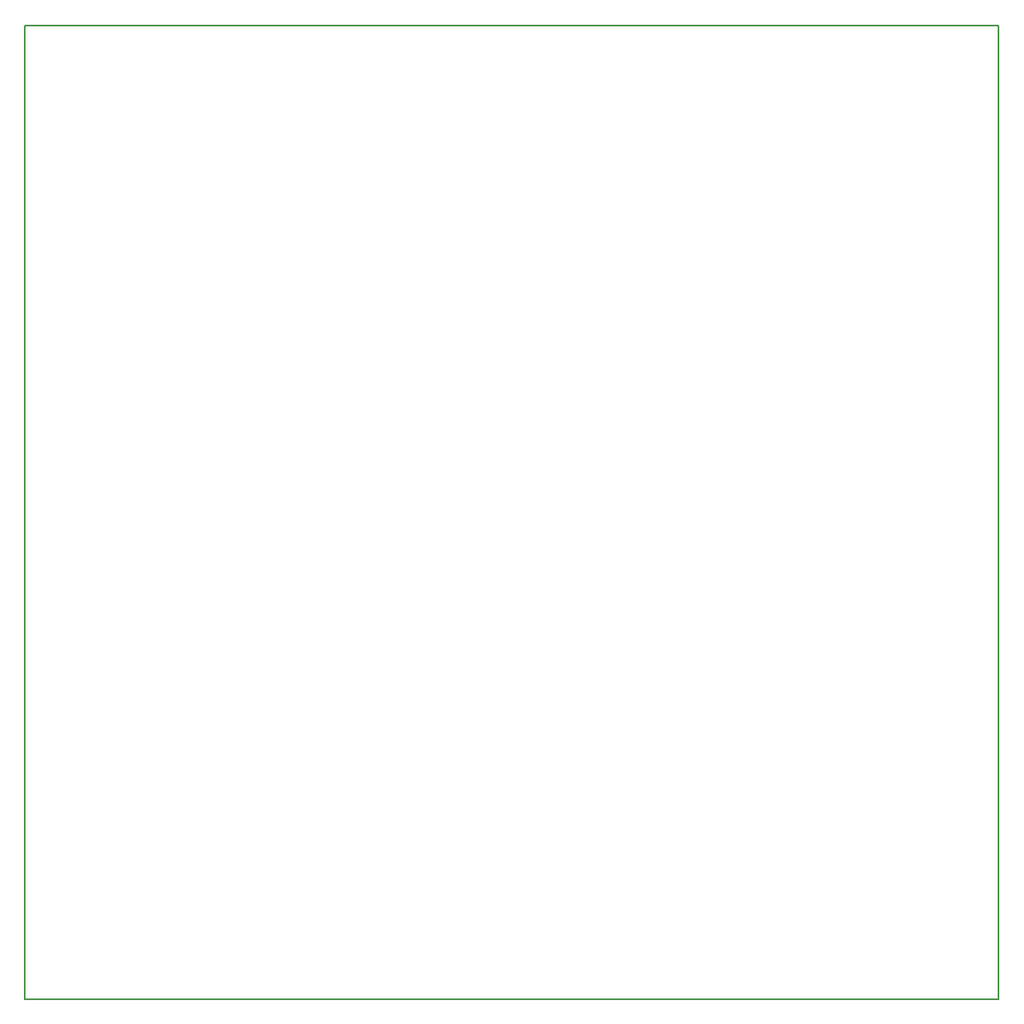
<source format=gko>
G04 This is an RS-274x file exported by *
G04 gerbv version 2.6.1 *
G04 More information is available about gerbv at *
G04 http://gerbv.geda-project.org/ *
G04 --End of header info--*
%MOIN*%
%FSLAX34Y34*%
%IPPOS*%
G04 --Define apertures--*
%ADD10C,0.0079*%
%ADD11C,0.0050*%
%ADD12R,0.0512X0.0080*%
G04 --Start main section--*
G54D11*
G01X0003937Y0043307D02*
G01X0043307Y0043307D01*
G01X0043307Y0003937D02*
G01X0043307Y0043307D01*
G01X0003937Y0003937D02*
G01X0043307Y0003937D01*
G01X0003937Y0003937D02*
G01X0003937Y0043307D01*
M02*

</source>
